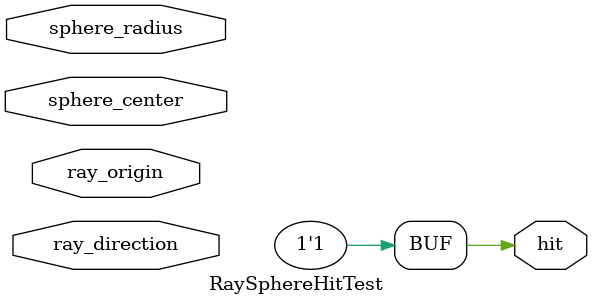
<source format=sv>

module RaySphereHitTest (
    input [95:0] ray_origin,
    input [95:0] ray_direction,
    input [95:0] sphere_center,
    input [31:0] sphere_radius,
    output hit
);

    wire [31:0] oc_x;
    wire [31:0] oc_y;
    wire [31:0] oc_z;
    wire [31:0] t_closest;
    wire [31:0] closest_x;
    wire [31:0] closest_y;
    wire [31:0] closest_z;
    wire [31:0] dist_x;
    wire [31:0] dist_y;
    wire [31:0] dist_z;
    wire [31:0] distance_sq;
    wire [31:0] radius_sq;

    assign hit = 1;

endmodule

</source>
